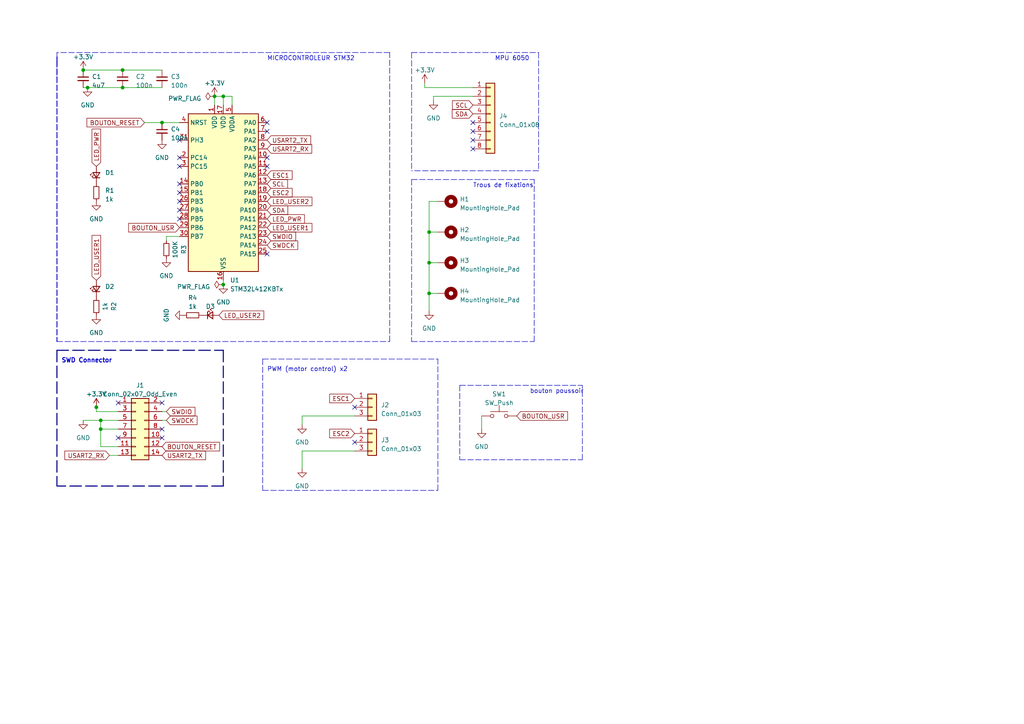
<source format=kicad_sch>
(kicad_sch (version 20230121) (generator eeschema)
  (paper "A4")
  (lib_symbols
    (symbol "Connector_Generic:Conn_01x03" (pin_names (offset 1.016) hide)
      (property "Reference" "J" (at 0 5.08 0))
      (property "Value" "Conn_01x03" (at 0 -5.08 0))
      (symbol "Conn_01x03_1_1"
        (rectangle (start -1.27 -2.413) (end 0 -2.667) (stroke (width 0.1524)))
        (rectangle (start -1.27 0.127) (end 0 -0.127) (stroke (width 0.1524)))
        (rectangle (start -1.27 2.667) (end 0 2.413) (stroke (width 0.1524)))
        (rectangle (start -1.27 3.81) (end 1.27 -3.81) (stroke (width 0.254)) (fill (type background)))
        (pin passive line (at -5.08 2.54 0) (length 3.81) (name "Pin_1") (number "1"))
        (pin passive line (at -5.08 0 0) (length 3.81) (name "Pin_2") (number "2"))
        (pin passive line (at -5.08 -2.54 0) (length 3.81) (name "Pin_3") (number "3"))
      )
    )
    (symbol "Connector_Generic:Conn_01x08" (pin_names (offset 1.016) hide)
      (property "Reference" "J" (at 0 10.16 0))
      (property "Value" "Conn_01x08" (at 0 -12.7 0))
      (symbol "Conn_01x08_1_1"
        (rectangle (start -1.27 -10.033) (end 0 -10.287) (stroke (width 0.1524)))
        (rectangle (start -1.27 -7.493) (end 0 -7.747) (stroke (width 0.1524)))
        (rectangle (start -1.27 -4.953) (end 0 -5.207) (stroke (width 0.1524)))
        (rectangle (start -1.27 -2.413) (end 0 -2.667) (stroke (width 0.1524)))
        (rectangle (start -1.27 0.127) (end 0 -0.127) (stroke (width 0.1524)))
        (rectangle (start -1.27 2.667) (end 0 2.413) (stroke (width 0.1524)))
        (rectangle (start -1.27 5.207) (end 0 4.953) (stroke (width 0.1524)))
        (rectangle (start -1.27 7.747) (end 0 7.493) (stroke (width 0.1524)))
        (rectangle (start -1.27 8.89) (end 1.27 -11.43) (stroke (width 0.254)) (fill (type background)))
        (pin passive line (at -5.08 7.62 0) (length 3.81) (name "Pin_1") (number "1"))
        (pin passive line (at -5.08 5.08 0) (length 3.81) (name "Pin_2") (number "2"))
        (pin passive line (at -5.08 2.54 0) (length 3.81) (name "Pin_3") (number "3"))
        (pin passive line (at -5.08 0 0) (length 3.81) (name "Pin_4") (number "4"))
        (pin passive line (at -5.08 -2.54 0) (length 3.81) (name "Pin_5") (number "5"))
        (pin passive line (at -5.08 -5.08 0) (length 3.81) (name "Pin_6") (number "6"))
        (pin passive line (at -5.08 -7.62 0) (length 3.81) (name "Pin_7") (number "7"))
        (pin passive line (at -5.08 -10.16 0) (length 3.81) (name "Pin_8") (number "8"))
      )
    )
    (symbol "Connector_Generic:Conn_02x07_Odd_Even" (pin_names (offset 1.016) hide)
      (property "Reference" "J" (at 1.27 10.16 0))
      (property "Value" "Conn_02x07_Odd_Even" (at 1.27 -10.16 0))
      (symbol "Conn_02x07_Odd_Even_1_1"
        (rectangle (start -1.27 -7.493) (end 0 -7.747) (stroke (width 0.1524)))
        (rectangle (start -1.27 -4.953) (end 0 -5.207) (stroke (width 0.1524)))
        (rectangle (start -1.27 -2.413) (end 0 -2.667) (stroke (width 0.1524)))
        (rectangle (start -1.27 0.127) (end 0 -0.127) (stroke (width 0.1524)))
        (rectangle (start -1.27 2.667) (end 0 2.413) (stroke (width 0.1524)))
        (rectangle (start -1.27 5.207) (end 0 4.953) (stroke (width 0.1524)))
        (rectangle (start -1.27 7.747) (end 0 7.493) (stroke (width 0.1524)))
        (rectangle (start -1.27 8.89) (end 3.81 -8.89) (stroke (width 0.254)) (fill (type background)))
        (rectangle (start 3.81 -7.493) (end 2.54 -7.747) (stroke (width 0.1524)))
        (rectangle (start 3.81 -4.953) (end 2.54 -5.207) (stroke (width 0.1524)))
        (rectangle (start 3.81 -2.413) (end 2.54 -2.667) (stroke (width 0.1524)))
        (rectangle (start 3.81 0.127) (end 2.54 -0.127) (stroke (width 0.1524)))
        (rectangle (start 3.81 2.667) (end 2.54 2.413) (stroke (width 0.1524)))
        (rectangle (start 3.81 5.207) (end 2.54 4.953) (stroke (width 0.1524)))
        (rectangle (start 3.81 7.747) (end 2.54 7.493) (stroke (width 0.1524)))
        (pin passive line (at -5.08 7.62 0) (length 3.81) (name "Pin_1") (number "1"))
        (pin passive line (at 7.62 -2.54 180) (length 3.81) (name "Pin_10") (number "10"))
        (pin passive line (at -5.08 -5.08 0) (length 3.81) (name "Pin_11") (number "11"))
        (pin passive line (at 7.62 -5.08 180) (length 3.81) (name "Pin_12") (number "12"))
        (pin passive line (at -5.08 -7.62 0) (length 3.81) (name "Pin_13") (number "13"))
        (pin passive line (at 7.62 -7.62 180) (length 3.81) (name "Pin_14") (number "14"))
        (pin passive line (at 7.62 7.62 180) (length 3.81) (name "Pin_2") (number "2"))
        (pin passive line (at -5.08 5.08 0) (length 3.81) (name "Pin_3") (number "3"))
        (pin passive line (at 7.62 5.08 180) (length 3.81) (name "Pin_4") (number "4"))
        (pin passive line (at -5.08 2.54 0) (length 3.81) (name "Pin_5") (number "5"))
        (pin passive line (at 7.62 2.54 180) (length 3.81) (name "Pin_6") (number "6"))
        (pin passive line (at -5.08 0 0) (length 3.81) (name "Pin_7") (number "7"))
        (pin passive line (at 7.62 0 180) (length 3.81) (name "Pin_8") (number "8"))
        (pin passive line (at -5.08 -2.54 0) (length 3.81) (name "Pin_9") (number "9"))
      )
    )
    (symbol "Device:C_Small" (pin_numbers hide) (pin_names (offset 0.254) hide)
      (property "Reference" "C" (at 0.254 1.778 0))
      (property "Value" "C_Small" (at 0.254 -2.032 0))
      (symbol "C_Small_0_1"
        (polyline (pts (xy -1.524 -0.508) (xy 1.524 -0.508)) (stroke (width 0.3302)))
        (polyline (pts (xy -1.524 0.508) (xy 1.524 0.508)) (stroke (width 0.3048)))
      )
      (symbol "C_Small_1_1"
        (pin passive line (at 0 2.54 270) (length 2.032) (name "~") (number "1"))
        (pin passive line (at 0 -2.54 90) (length 2.032) (name "~") (number "2"))
      )
    )
    (symbol "Device:LED_Small" (pin_numbers hide) (pin_names (offset 0.254) hide)
      (property "Reference" "D" (at -1.27 3.175 0))
      (property "Value" "LED_Small" (at -4.445 -2.54 0))
      (symbol "LED_Small_0_1"
        (polyline (pts (xy -0.762 -1.016) (xy -0.762 1.016)) (stroke (width 0.254)))
        (polyline (pts (xy 1.016 0) (xy -0.762 0)))
        (polyline (pts (xy 0.762 -1.016) (xy -0.762 0) (xy 0.762 1.016) (xy 0.762 -1.016)) (stroke (width 0.254)))
        (polyline (pts (xy 0 0.762) (xy -0.508 1.27) (xy -0.254 1.27) (xy -0.508 1.27) (xy -0.508 1.016)))
        (polyline (pts (xy 0.508 1.27) (xy 0 1.778) (xy 0.254 1.778) (xy 0 1.778) (xy 0 1.524)))
      )
      (symbol "LED_Small_1_1"
        (pin passive line (at -2.54 0 0) (length 1.778) (name "K") (number "1"))
        (pin passive line (at 2.54 0 180) (length 1.778) (name "A") (number "2"))
      )
    )
    (symbol "Device:R_Small" (pin_numbers hide) (pin_names (offset 0.254) hide)
      (property "Reference" "R" (at 0.762 0.508 0))
      (property "Value" "R_Small" (at 0.762 -1.016 0))
      (symbol "R_Small_0_1"
        (rectangle (start -0.762 1.778) (end 0.762 -1.778) (stroke (width 0.2032)))
      )
      (symbol "R_Small_1_1"
        (pin passive line (at 0 2.54 270) (length 0.762) (name "~") (number "1"))
        (pin passive line (at 0 -2.54 90) (length 0.762) (name "~") (number "2"))
      )
    )
    (symbol "MCU_ST_STM32L4:STM32L412KBTx"
      (property "Reference" "U" (at -10.16 24.13 0))
      (property "Value" "STM32L412KBTx" (at 5.08 24.13 0))
      (symbol "STM32L412KBTx_0_1"
        (rectangle (start -10.16 22.86) (end 10.16 -22.86) (stroke (width 0.254)) (fill (type background)))
      )
      (symbol "STM32L412KBTx_1_1"
        (pin power_in line (at -2.54 25.4 270) (length 2.54) (name "VDD") (number "1"))
        (pin bidirectional line (at 12.7 10.16 180) (length 2.54) (name "PA4") (number "10"))
        (pin bidirectional line (at 12.7 7.62 180) (length 2.54) (name "PA5") (number "11"))
        (pin bidirectional line (at 12.7 5.08 180) (length 2.54) (name "PA6") (number "12"))
        (pin bidirectional line (at 12.7 2.54 180) (length 2.54) (name "PA7") (number "13"))
        (pin bidirectional line (at -12.7 2.54 0) (length 2.54) (name "PB0") (number "14"))
        (pin bidirectional line (at -12.7 0 0) (length 2.54) (name "PB1") (number "15"))
        (pin power_in line (at 0 -25.4 90) (length 2.54) (name "VSS") (number "16"))
        (pin power_in line (at 0 25.4 270) (length 2.54) (name "VDD") (number "17"))
        (pin bidirectional line (at 12.7 0 180) (length 2.54) (name "PA8") (number "18"))
        (pin bidirectional line (at 12.7 -2.54 180) (length 2.54) (name "PA9") (number "19"))
        (pin bidirectional line (at -12.7 10.16 0) (length 2.54) (name "PC14") (number "2"))
        (pin bidirectional line (at 12.7 -5.08 180) (length 2.54) (name "PA10") (number "20"))
        (pin bidirectional line (at 12.7 -7.62 180) (length 2.54) (name "PA11") (number "21"))
        (pin bidirectional line (at 12.7 -10.16 180) (length 2.54) (name "PA12") (number "22"))
        (pin bidirectional line (at 12.7 -12.7 180) (length 2.54) (name "PA13") (number "23"))
        (pin bidirectional line (at 12.7 -15.24 180) (length 2.54) (name "PA14") (number "24"))
        (pin bidirectional line (at 12.7 -17.78 180) (length 2.54) (name "PA15") (number "25"))
        (pin bidirectional line (at -12.7 -2.54 0) (length 2.54) (name "PB3") (number "26"))
        (pin bidirectional line (at -12.7 -5.08 0) (length 2.54) (name "PB4") (number "27"))
        (pin bidirectional line (at -12.7 -7.62 0) (length 2.54) (name "PB5") (number "28"))
        (pin bidirectional line (at -12.7 -10.16 0) (length 2.54) (name "PB6") (number "29"))
        (pin bidirectional line (at -12.7 7.62 0) (length 2.54) (name "PC15") (number "3"))
        (pin bidirectional line (at -12.7 -12.7 0) (length 2.54) (name "PB7") (number "30"))
        (pin bidirectional line (at -12.7 15.24 0) (length 2.54) (name "PH3") (number "31"))
        (pin passive line (at 0 -25.4 90) (length 2.54) hide (name "VSS") (number "32"))
        (pin input line (at -12.7 20.32 0) (length 2.54) (name "NRST") (number "4"))
        (pin power_in line (at 2.54 25.4 270) (length 2.54) (name "VDDA") (number "5"))
        (pin bidirectional line (at 12.7 20.32 180) (length 2.54) (name "PA0") (number "6"))
        (pin bidirectional line (at 12.7 17.78 180) (length 2.54) (name "PA1") (number "7"))
        (pin bidirectional line (at 12.7 15.24 180) (length 2.54) (name "PA2") (number "8"))
        (pin bidirectional line (at 12.7 12.7 180) (length 2.54) (name "PA3") (number "9"))
      )
    )
    (symbol "Mechanical:MountingHole_Pad" (pin_numbers hide) (pin_names (offset 1.016) hide)
      (property "Reference" "H" (at 0 6.35 0))
      (property "Value" "MountingHole_Pad" (at 0 4.445 0))
      (symbol "MountingHole_Pad_0_1"
        (circle (center 0 1.27) (radius 1.27) (stroke (width 1.27)))
      )
      (symbol "MountingHole_Pad_1_1"
        (pin input line (at 0 -2.54 90) (length 2.54) (name "1") (number "1"))
      )
    )
    (symbol "Switch:SW_Push" (pin_numbers hide) (pin_names (offset 1.016) hide)
      (property "Reference" "SW" (at 1.27 2.54 0))
      (property "Value" "SW_Push" (at 0 -1.524 0))
      (symbol "SW_Push_0_1"
        (circle (center -2.032 0) (radius 0.508))
        (polyline (pts (xy 0 1.27) (xy 0 3.048)))
        (polyline (pts (xy 2.54 1.27) (xy -2.54 1.27)))
        (circle (center 2.032 0) (radius 0.508))
        (pin passive line (at -5.08 0 0) (length 2.54) (name "1") (number "1"))
        (pin passive line (at 5.08 0 180) (length 2.54) (name "2") (number "2"))
      )
    )
    (symbol "power:+3.3V" (power) (pin_names (offset 0))
      (property "Value" "+3.3V" (at 0 3.556 0))
      (symbol "+3.3V_0_1"
        (polyline (pts (xy -0.762 1.27) (xy 0 2.54)))
        (polyline (pts (xy 0 0) (xy 0 2.54)))
        (polyline (pts (xy 0 2.54) (xy 0.762 1.27)))
      )
      (symbol "+3.3V_1_1"
        (pin power_in line (at 0 0 90) (length 0) hide (name "+3.3V") (number "1"))
      )
    )
    (symbol "power:GND" (power) (pin_names (offset 0))
      (property "Value" "GND" (at 0 -3.81 0))
      (symbol "GND_0_1"
        (polyline (pts (xy 0 0) (xy 0 -1.27) (xy 1.27 -1.27) (xy 0 -2.54) (xy -1.27 -1.27) (xy 0 -1.27)))
      )
      (symbol "GND_1_1"
        (pin power_in line (at 0 0 270) (length 0) hide (name "GND") (number "1"))
      )
    )
    (symbol "power:PWR_FLAG" (power) (pin_numbers hide) (pin_names (offset 0) hide)
      (property "Value" "PWR_FLAG" (at 0 3.81 0))
      (symbol "PWR_FLAG_0_0"
        (pin power_out line (at 0 0 90) (length 0) (name "pwr") (number "1"))
      )
      (symbol "PWR_FLAG_0_1"
        (polyline (pts (xy 0 0) (xy 0 1.27) (xy -1.016 1.905) (xy 0 2.54) (xy 1.016 1.905) (xy 0 1.27)))
      )
    )
  )
  (junction (at 29.21 121.92))
  (junction (at 24.13 20.32))
  (junction (at 29.21 124.46))
  (junction (at 35.56 20.32))
  (junction (at 64.77 82.55))
  (junction (at 46.99 35.56))
  (junction (at 124.46 76.2))
  (junction (at 64.77 27.94))
  (junction (at 62.23 27.94))
  (junction (at 124.46 85.09))
  (junction (at 25.4 25.4))
  (junction (at 35.56 25.4))
  (junction (at 27.94 118.11))
  (junction (at 124.46 67.31))
  (no_connect (at 77.47 35.56))
  (no_connect (at 52.07 58.42))
  (no_connect (at 34.29 127))
  (no_connect (at 137.16 43.18))
  (no_connect (at 46.99 116.84))
  (no_connect (at 46.99 127))
  (no_connect (at 137.16 38.1))
  (no_connect (at 102.87 118.11))
  (no_connect (at 77.47 38.1))
  (no_connect (at 46.99 124.46))
  (no_connect (at 77.47 73.66))
  (no_connect (at 52.07 53.34))
  (no_connect (at 52.07 55.88))
  (no_connect (at 52.07 40.64))
  (no_connect (at 77.47 48.26))
  (no_connect (at 34.29 116.84))
  (no_connect (at 102.87 128.27))
  (no_connect (at 52.07 63.5))
  (no_connect (at 137.16 40.64))
  (no_connect (at 52.07 45.72))
  (no_connect (at 52.07 60.96))
  (no_connect (at 52.07 48.26))
  (no_connect (at 77.47 45.72))
  (no_connect (at 137.16 35.56))
  (polyline (pts (xy 16.51 17.78) (xy 16.51 99.06)) (stroke (width 0) (type dash)))
  (polyline (pts (xy 16.51 17.78) (xy 16.51 99.06)) (stroke (width 0) (type dash)))
  (wire (pts (xy 123.19 25.4) (xy 123.19 24.13)))
  (wire (pts (xy 67.31 27.94) (xy 67.31 30.48)))
  (wire (pts (xy 124.46 76.2) (xy 124.46 85.09)))
  (polyline (pts (xy 168.91 133.35) (xy 168.91 111.76)) (stroke (width 0) (type dash)))
  (polyline (pts (xy 156.21 15.24) (xy 156.21 49.53)) (stroke (width 0) (type dash)))
  (polyline (pts (xy 16.51 16.51) (xy 16.51 17.78)) (stroke (width 0) (type dash)))
  (wire (pts (xy 27.94 119.38) (xy 27.94 118.11)))
  (wire (pts (xy 64.77 27.94) (xy 62.23 27.94)))
  (wire (pts (xy 41.91 35.56) (xy 46.99 35.56)))
  (polyline (pts (xy 16.51 17.78) (xy 16.51 99.06)) (stroke (width 0) (type dash)))
  (polyline (pts (xy 16.51 99.06) (xy 113.03 99.06)) (stroke (width 0) (type dash)))
  (polyline (pts (xy 16.51 15.24) (xy 16.51 22.86)) (stroke (width 0) (type dash)))
  (polyline (pts (xy 133.35 111.76) (xy 168.91 111.76)) (stroke (width 0) (type dash)))
  (wire (pts (xy 125.73 29.21) (xy 125.73 27.94)))
  (polyline (pts (xy 119.38 52.07) (xy 119.38 99.06)) (stroke (width 0) (type dash)))
  (polyline (pts (xy 119.38 52.07) (xy 154.94 52.07)) (stroke (width 0) (type dash)))
  (polyline (pts (xy 156.21 49.53) (xy 119.38 49.53)) (stroke (width 0) (type dash)))
  (polyline (pts (xy 76.2 142.24) (xy 127 142.24)) (stroke (width 0) (type dash)))
  (polyline (pts (xy 127 142.24) (xy 127 104.14)) (stroke (width 0) (type dash)))
  (wire (pts (xy 124.46 58.42) (xy 124.46 67.31)))
  (bus (pts (xy 16.51 101.6) (xy 64.77 101.6)) (stroke (width 0) (type dash)))
  (polyline (pts (xy 133.35 133.35) (xy 168.91 133.35)) (stroke (width 0) (type dash)))
  (wire (pts (xy 48.26 119.38) (xy 46.99 119.38)))
  (wire (pts (xy 48.26 69.85) (xy 48.26 68.58)))
  (bus (pts (xy 64.77 101.6) (xy 64.77 140.97)) (stroke (width 0) (type dash)))
  (wire (pts (xy 46.99 35.56) (xy 52.07 35.56)))
  (wire (pts (xy 64.77 27.94) (xy 67.31 27.94)))
  (wire (pts (xy 35.56 20.32) (xy 46.99 20.32)))
  (wire (pts (xy 87.63 135.89) (xy 87.63 130.81)))
  (wire (pts (xy 64.77 30.48) (xy 64.77 27.94)))
  (wire (pts (xy 62.23 27.94) (xy 62.23 30.48)))
  (wire (pts (xy 24.13 121.92) (xy 29.21 121.92)))
  (polyline (pts (xy 113.03 99.06) (xy 113.03 15.24)) (stroke (width 0) (type dash)))
  (wire (pts (xy 139.7 124.46) (xy 139.7 120.65)))
  (wire (pts (xy 24.13 20.32) (xy 35.56 20.32)))
  (polyline (pts (xy 76.2 104.14) (xy 76.2 142.24)) (stroke (width 0) (type dash)))
  (wire (pts (xy 87.63 123.19) (xy 87.63 120.65)))
  (wire (pts (xy 127 58.42) (xy 124.46 58.42)))
  (wire (pts (xy 29.21 121.92) (xy 34.29 121.92)))
  (wire (pts (xy 48.26 68.58) (xy 52.07 68.58)))
  (wire (pts (xy 64.77 82.55) (xy 64.77 81.28)))
  (wire (pts (xy 124.46 67.31) (xy 124.46 76.2)))
  (wire (pts (xy 24.13 25.4) (xy 25.4 25.4)))
  (wire (pts (xy 29.21 121.92) (xy 29.21 124.46)))
  (polyline (pts (xy 16.51 17.78) (xy 16.51 19.05)) (stroke (width 0) (type dash)))
  (polyline (pts (xy 119.38 99.06) (xy 154.94 99.06)) (stroke (width 0) (type dash)))
  (wire (pts (xy 124.46 85.09) (xy 127 85.09)))
  (wire (pts (xy 31.75 132.08) (xy 34.29 132.08)))
  (wire (pts (xy 29.21 124.46) (xy 29.21 129.54)))
  (polyline (pts (xy 16.51 16.51) (xy 16.51 17.78)) (stroke (width 0) (type dash)))
  (polyline (pts (xy 16.51 16.51) (xy 16.51 17.78)) (stroke (width 0) (type dash)))
  (wire (pts (xy 125.73 27.94) (xy 137.16 27.94)))
  (wire (pts (xy 25.4 25.4) (xy 35.56 25.4)))
  (wire (pts (xy 29.21 124.46) (xy 34.29 124.46)))
  (bus (pts (xy 16.51 101.6) (xy 16.51 140.97)) (stroke (width 0) (type dash)))
  (wire (pts (xy 124.46 76.2) (xy 127 76.2)))
  (wire (pts (xy 124.46 85.09) (xy 124.46 90.17)))
  (wire (pts (xy 87.63 120.65) (xy 102.87 120.65)))
  (polyline (pts (xy 119.38 15.24) (xy 119.38 49.53)) (stroke (width 0) (type dash)))
  (polyline (pts (xy 154.94 99.06) (xy 154.94 52.07)) (stroke (width 0) (type dash)))
  (wire (pts (xy 48.26 121.92) (xy 46.99 121.92)))
  (polyline (pts (xy 16.51 16.51) (xy 16.51 17.78)) (stroke (width 0) (type dash)))
  (wire (pts (xy 29.21 129.54) (xy 34.29 129.54)))
  (wire (pts (xy 35.56 25.4) (xy 46.99 25.4)))
  (wire (pts (xy 34.29 119.38) (xy 27.94 119.38)))
  (bus (pts (xy 64.77 140.97) (xy 16.51 140.97)) (stroke (width 0) (type dash)))
  (polyline (pts (xy 119.38 15.24) (xy 156.21 15.24)) (stroke (width 0) (type dash)))
  (wire (pts (xy 137.16 25.4) (xy 123.19 25.4)))
  (polyline (pts (xy 133.35 111.76) (xy 133.35 133.35)) (stroke (width 0) (type dash)))
  (wire (pts (xy 87.63 130.81) (xy 102.87 130.81)))
  (polyline (pts (xy 76.2 104.14) (xy 127 104.14)) (stroke (width 0) (type dash)))
  (polyline (pts (xy 113.03 15.24) (xy 16.51 15.24)) (stroke (width 0) (type dash)))
  (wire (pts (xy 124.46 67.31) (xy 127 67.31)))
  (text "PWM (motor control) x2\n" (at 77.47 107.95 0) (effects (font (size 1.27 1.27)) (justify left bottom)))
  (text "bouton poussoir" (at 153.67 114.3 0) (effects (font (size 1.27 1.27)) (justify left bottom)))
  (text "MPU 6050" (at 143.51 17.78 0) (effects (font (size 1.27 1.27)) (justify left bottom)))
  (text "Trous de fixations" (at 137.16 54.61 0) (effects (font (size 1.27 1.27)) (justify left bottom)))
  (text "MICROCONTROLEUR STM32 " (at 77.47 17.78 0) (effects (font (size 1.27 1.27)) (justify left bottom)))
  (text "SWD Connector" (at 17.78 105.41 0) (effects (font (size 1.27 1.27) (thickness 0.254) bold) (justify left bottom)))
  (global_label "SWDIO" (shape input) (at 77.47 68.58 0) (property "Intersheetrefs" "${INTERSHEET_REFS}" (effects hide)))
  (global_label "BOUTON_RESET" (shape input) (at 46.99 129.54 0) (property "Intersheetrefs" "${INTERSHEET_REFS}" (effects hide)))
  (global_label "BOUTON_USR" (shape input) (at 149.86 120.65 0) (property "Intersheetrefs" "${INTERSHEET_REFS}" (effects hide)))
  (global_label "SDA" (shape input) (at 137.16 33.02 180) (property "Intersheetrefs" "${INTERSHEET_REFS}" (effects hide)))
  (global_label "SWDIO" (shape input) (at 48.26 119.38 0) (property "Intersheetrefs" "${INTERSHEET_REFS}" (effects hide)))
  (global_label "BOUTON_USR" (shape input) (at 52.07 66.04 180) (property "Intersheetrefs" "${INTERSHEET_REFS}" (effects hide)))
  (global_label "SWDCK" (shape input) (at 77.47 71.12 0) (property "Intersheetrefs" "${INTERSHEET_REFS}" (effects hide)))
  (global_label "LED_USER1" (shape input) (at 27.94 81.28 90) (property "Intersheetrefs" "${INTERSHEET_REFS}" (effects hide)))
  (global_label "USART2_TX" (shape input) (at 77.47 40.64 0) (property "Intersheetrefs" "${INTERSHEET_REFS}" (effects hide)))
  (global_label "SWDCK" (shape input) (at 48.26 121.92 0) (property "Intersheetrefs" "${INTERSHEET_REFS}" (effects hide)))
  (global_label "LED_USER2" (shape input) (at 63.5 91.44 0) (property "Intersheetrefs" "${INTERSHEET_REFS}" (effects hide)))
  (global_label "USART2_TX" (shape input) (at 46.99 132.08 0) (property "Intersheetrefs" "${INTERSHEET_REFS}" (effects hide)))
  (global_label "SCL" (shape input) (at 77.47 53.34 0) (property "Intersheetrefs" "${INTERSHEET_REFS}" (effects hide)))
  (global_label "ESC2" (shape input) (at 102.87 125.73 180) (property "Intersheetrefs" "${INTERSHEET_REFS}" (effects hide)))
  (global_label "LED_PWR" (shape input) (at 27.94 48.26 90) (property "Intersheetrefs" "${INTERSHEET_REFS}" (effects hide)))
  (global_label "LED_PWR" (shape input) (at 77.47 63.5 0) (property "Intersheetrefs" "${INTERSHEET_REFS}" (effects hide)))
  (global_label "LED_USER2" (shape input) (at 77.47 58.42 0) (property "Intersheetrefs" "${INTERSHEET_REFS}" (effects hide)))
  (global_label "USART2_RX" (shape input) (at 77.47 43.18 0) (property "Intersheetrefs" "${INTERSHEET_REFS}" (effects hide)))
  (global_label "USART2_RX" (shape input) (at 31.75 132.08 180) (property "Intersheetrefs" "${INTERSHEET_REFS}" (effects hide)))
  (global_label "ESC2" (shape input) (at 77.47 55.88 0) (property "Intersheetrefs" "${INTERSHEET_REFS}" (effects hide)))
  (global_label "SDA" (shape input) (at 77.47 60.96 0) (property "Intersheetrefs" "${INTERSHEET_REFS}" (effects hide)))
  (global_label "ESC1" (shape input) (at 77.47 50.8 0) (property "Intersheetrefs" "${INTERSHEET_REFS}" (effects hide)))
  (global_label "BOUTON_RESET" (shape input) (at 41.91 35.56 180) (property "Intersheetrefs" "${INTERSHEET_REFS}" (effects hide)))
  (global_label "ESC1" (shape input) (at 102.87 115.57 180) (property "Intersheetrefs" "${INTERSHEET_REFS}" (effects hide)))
  (global_label "SCL" (shape input) (at 137.16 30.48 180) (property "Intersheetrefs" "${INTERSHEET_REFS}" (effects hide)))
  (global_label "LED_USER1" (shape input) (at 77.47 66.04 0) (property "Intersheetrefs" "${INTERSHEET_REFS}" (effects hide)))
  (symbol (lib_id "Connector_Generic:Conn_01x03") (at 107.95 118.11 0) (unit 1)
    (property "Reference" "J2" (at 110.49 117.475 0) (effects (justify left)))
    (property "Value" "Conn_01x03" (at 110.49 120.015 0) (effects (justify left)))
    (property "Footprint" "Connector_JST:JST_XH_B3B-XH-A_1x03_P2.50mm_Vertical" (effects hide))
  )
  (symbol (lib_id "power:GND") (at 87.63 135.89 0) (unit 1)
    (property "Reference" "#PWR014" (effects hide))
    (property "Value" "GND" (at 87.63 140.97 0))
  )
  (symbol (lib_id "power:GND") (at 125.73 29.21 0) (unit 1)
    (property "Reference" "#PWR017" (effects hide))
    (property "Value" "GND" (at 125.73 34.29 0))
  )
  (symbol (lib_id "power:GND") (at 64.77 82.55 0) (unit 1)
    (property "Reference" "#PWR012" (effects hide))
    (property "Value" "GND" (at 64.77 87.63 0))
  )
  (symbol (lib_id "Device:R_Small") (at 27.94 55.88 0) (unit 1)
    (property "Reference" "R1" (at 30.48 55.245 0) (effects (justify left)))
    (property "Value" "1k" (at 30.48 57.785 0) (effects (justify left)))
    (property "Footprint" "Resistor_SMD:R_0603_1608Metric_Pad0.98x0.95mm_HandSolder" (effects hide))
  )
  (symbol (lib_id "Mechanical:MountingHole_Pad") (at 129.54 85.09 270) (unit 1)
    (property "Reference" "H4" (at 133.35 84.455 90) (effects (justify left)))
    (property "Value" "MountingHole_Pad" (at 133.35 86.995 90) (effects (justify left)))
    (property "Footprint" "MountingHole:MountingHole_3.2mm_M3_DIN965_Pad" (effects hide))
  )
  (symbol (lib_id "power:GND") (at 27.94 58.42 0) (unit 1)
    (property "Reference" "#PWR04" (effects hide))
    (property "Value" "GND" (at 27.94 63.5 0))
  )
  (symbol (lib_id "power:+3.3V") (at 62.23 27.94 0) (unit 1)
    (property "Reference" "#PWR011" (effects hide))
    (property "Value" "+3.3V" (at 62.23 24.13 0))
  )
  (symbol (lib_id "Device:LED_Small") (at 27.94 50.8 90) (unit 1)
    (property "Reference" "D1" (at 30.48 50.1015 90) (effects (justify right)))
    (property "Value" "LED_Small" (effects hide))
    (property "Footprint" "LED_SMD:LED_0603_1608Metric_Pad1.05x0.95mm_HandSolder" (effects hide))
  )
  (symbol (lib_id "power:GND") (at 53.34 91.44 270) (unit 1)
    (property "Reference" "#PWR010" (effects hide))
    (property "Value" "GND" (at 48.26 91.44 0))
  )
  (symbol (lib_id "Mechanical:MountingHole_Pad") (at 129.54 58.42 270) (unit 1)
    (property "Reference" "H1" (at 133.35 57.785 90) (effects (justify left)))
    (property "Value" "MountingHole_Pad" (at 133.35 60.325 90) (effects (justify left)))
    (property "Footprint" "MountingHole:MountingHole_3.2mm_M3_DIN965_Pad" (effects hide))
  )
  (symbol (lib_id "Connector_Generic:Conn_01x08") (at 142.24 33.02 0) (unit 1)
    (property "Reference" "J4" (at 144.78 33.655 0) (effects (justify left)))
    (property "Value" "Conn_01x08" (at 144.78 36.195 0) (effects (justify left)))
    (property "Footprint" "Connector_JST:JST_XH_B8B-XH-A_1x08_P2.50mm_Vertical" (effects hide))
  )
  (symbol (lib_id "Device:C_Small") (at 24.13 22.86 0) (unit 1)
    (property "Reference" "C1" (at 26.67 22.2313 0) (effects (justify left)))
    (property "Value" "4u7" (at 26.67 24.7713 0) (effects (justify left)))
    (property "Footprint" "Capacitor_SMD:C_0603_1608Metric_Pad1.08x0.95mm_HandSolder" (effects hide))
  )
  (symbol (lib_id "power:+3.3V") (at 27.94 118.11 0) (unit 1)
    (property "Reference" "#PWR06" (effects hide))
    (property "Value" "+3.3V" (at 27.94 114.3 0))
  )
  (symbol (lib_id "Device:LED_Small") (at 27.94 83.82 90) (unit 1)
    (property "Reference" "D2" (at 30.48 83.1215 90) (effects (justify right)))
    (property "Value" "LED_Small" (effects hide))
    (property "Footprint" "LED_SMD:LED_0603_1608Metric_Pad1.05x0.95mm_HandSolder" (effects hide))
  )
  (symbol (lib_id "Device:C_Small") (at 35.56 22.86 0) (unit 1)
    (property "Reference" "C2" (at 39.37 22.2313 0) (effects (justify left)))
    (property "Value" "100n" (at 39.37 24.7713 0) (effects (justify left)))
    (property "Footprint" "Capacitor_SMD:C_0603_1608Metric_Pad1.08x0.95mm_HandSolder" (effects hide))
  )
  (symbol (lib_id "Mechanical:MountingHole_Pad") (at 129.54 76.2 270) (unit 1)
    (property "Reference" "H3" (at 133.35 75.565 90) (effects (justify left)))
    (property "Value" "MountingHole_Pad" (at 133.35 78.105 90) (effects (justify left)))
    (property "Footprint" "MountingHole:MountingHole_3.2mm_M3_DIN965_Pad" (effects hide))
  )
  (symbol (lib_id "power:+3.3V") (at 24.13 20.32 0) (unit 1)
    (property "Reference" "#PWR01" (effects hide))
    (property "Value" "+3.3V" (at 24.13 16.51 0))
  )
  (symbol (lib_id "Mechanical:MountingHole_Pad") (at 129.54 67.31 270) (unit 1)
    (property "Reference" "H2" (at 133.35 66.675 90) (effects (justify left)))
    (property "Value" "MountingHole_Pad" (at 133.35 69.215 90) (effects (justify left)))
    (property "Footprint" "MountingHole:MountingHole_3.2mm_M3_DIN965_Pad" (effects hide))
  )
  (symbol (lib_id "power:GND") (at 27.94 91.44 0) (unit 1)
    (property "Reference" "#PWR05" (effects hide))
    (property "Value" "GND" (at 27.94 96.52 0))
  )
  (symbol (lib_id "power:PWR_FLAG") (at 64.77 82.55 90) (unit 1)
    (property "Reference" "#FLG02" (effects hide))
    (property "Value" "PWR_FLAG" (at 60.96 83.185 90) (effects (justify left)))
  )
  (symbol (lib_id "Connector_Generic:Conn_01x03") (at 107.95 128.27 0) (unit 1)
    (property "Reference" "J3" (at 110.49 127.635 0) (effects (justify left)))
    (property "Value" "Conn_01x03" (at 110.49 130.175 0) (effects (justify left)))
    (property "Footprint" "Connector_JST:JST_XH_B3B-XH-A_1x03_P2.50mm_Vertical" (effects hide))
  )
  (symbol (lib_id "power:+3.3V") (at 123.19 24.13 0) (unit 1)
    (property "Reference" "#PWR015" (effects hide))
    (property "Value" "+3.3V" (at 123.19 20.32 0))
  )
  (symbol (lib_id "power:GND") (at 139.7 124.46 0) (unit 1)
    (property "Reference" "#PWR018" (effects hide))
    (property "Value" "GND" (at 139.7 129.54 0))
  )
  (symbol (lib_id "Device:LED_Small") (at 60.96 91.44 0) (unit 1)
    (property "Reference" "D3" (at 61.0235 88.9 0))
    (property "Value" "LED_Small" (effects hide))
    (property "Footprint" "LED_SMD:LED_0603_1608Metric_Pad1.05x0.95mm_HandSolder" (effects hide))
  )
  (symbol (lib_id "Device:C_Small") (at 46.99 22.86 0) (unit 1)
    (property "Reference" "C3" (at 49.53 22.2313 0) (effects (justify left)))
    (property "Value" "100n" (at 49.53 24.7713 0) (effects (justify left)))
    (property "Footprint" "Capacitor_SMD:C_0603_1608Metric_Pad1.08x0.95mm_HandSolder" (effects hide))
  )
  (symbol (lib_id "power:GND") (at 25.4 25.4 0) (unit 1)
    (property "Reference" "#PWR03" (effects hide))
    (property "Value" "GND" (at 25.4 30.48 0))
  )
  (symbol (lib_id "power:PWR_FLAG") (at 62.23 27.94 90) (unit 1)
    (property "Reference" "#FLG01" (effects hide))
    (property "Value" "PWR_FLAG" (at 58.42 28.575 90) (effects (justify left)))
  )
  (symbol (lib_id "power:GND") (at 48.26 74.93 0) (unit 1)
    (property "Reference" "#PWR09" (effects hide))
    (property "Value" "GND" (at 48.26 80.01 0))
  )
  (symbol (lib_id "power:GND") (at 24.13 121.92 0) (unit 1)
    (property "Reference" "#PWR02" (effects hide))
    (property "Value" "GND" (at 24.13 127 0))
  )
  (symbol (lib_id "Switch:SW_Push") (at 144.78 120.65 0) (unit 1)
    (property "Reference" "SW1" (at 144.78 114.3 0))
    (property "Value" "SW_Push" (at 144.78 116.84 0))
    (property "Footprint" "Button_Switch_SMD:SW_Push_1P1T_NO_6x6mm_H9.5mm" (effects hide))
  )
  (symbol (lib_id "Connector_Generic:Conn_02x07_Odd_Even") (at 39.37 124.46 0) (unit 1)
    (property "Reference" "J1" (at 40.64 111.76 0))
    (property "Value" "Conn_02x07_Odd_Even" (at 40.64 114.3 0))
    (property "Footprint" "Connector_PinHeader_1.27mm:PinHeader_2x07_P1.27mm_Vertical_SMD" (effects hide))
  )
  (symbol (lib_id "power:GND") (at 46.99 40.64 0) (unit 1)
    (property "Reference" "#PWR08" (effects hide))
    (property "Value" "GND" (at 46.99 45.72 0))
  )
  (symbol (lib_id "Device:R_Small") (at 55.88 91.44 270) (unit 1)
    (property "Reference" "R4" (at 55.88 86.36 90))
    (property "Value" "1k" (at 55.88 88.9 90))
    (property "Footprint" "Resistor_SMD:R_0603_1608Metric_Pad0.98x0.95mm_HandSolder" (effects hide))
  )
  (symbol (lib_id "Device:C_Small") (at 46.99 38.1 0) (unit 1)
    (property "Reference" "C4" (at 49.53 37.4713 0) (effects (justify left)))
    (property "Value" "100n" (at 49.53 40.0113 0) (effects (justify left)))
    (property "Footprint" "Capacitor_SMD:C_0603_1608Metric_Pad1.08x0.95mm_HandSolder" (effects hide))
  )
  (symbol (lib_id "power:GND") (at 87.63 123.19 0) (unit 1)
    (property "Reference" "#PWR013" (effects hide))
    (property "Value" "GND" (at 87.63 128.27 0))
  )
  (symbol (lib_id "power:+3.3V") (at 27.94 118.11 0) (unit 1)
    (property "Reference" "#PWR07" (effects hide))
    (property "Value" "+3.3V" (at 27.94 114.3 0))
  )
  (symbol (lib_id "Device:R_Small") (at 27.94 88.9 0) (unit 1)
    (property "Reference" "R2" (at 33.02 88.9 90))
    (property "Value" "1k" (at 30.48 88.9 90))
    (property "Footprint" "Resistor_SMD:R_0603_1608Metric_Pad0.98x0.95mm_HandSolder" (effects hide))
  )
  (symbol (lib_id "MCU_ST_STM32L4:STM32L412KBTx") (at 64.77 55.88 0) (unit 1)
    (property "Reference" "U1" (at 66.7259 81.28 0) (effects (justify left)))
    (property "Value" "STM32L412KBTx" (at 66.7259 83.82 0) (effects (justify left)))
    (property "Footprint" "Package_QFP:LQFP-32_7x7mm_P0.8mm" (effects hide))
    (property "Datasheet" "https://www.st.com/resource/en/datasheet/stm32l412kb.pdf" (effects hide))
  )
  (symbol (lib_id "power:GND") (at 124.46 90.17 0) (unit 1)
    (property "Reference" "#PWR016" (effects hide))
    (property "Value" "GND" (at 124.46 95.25 0))
  )
  (symbol (lib_id "Device:R_Small") (at 48.26 72.39 0) (unit 1)
    (property "Reference" "R3" (at 53.34 72.39 90))
    (property "Value" "100K" (at 50.8 72.39 90))
    (property "Footprint" "Resistor_SMD:R_0603_1608Metric_Pad0.98x0.95mm_HandSolder" (effects hide))
  )
)
</source>
